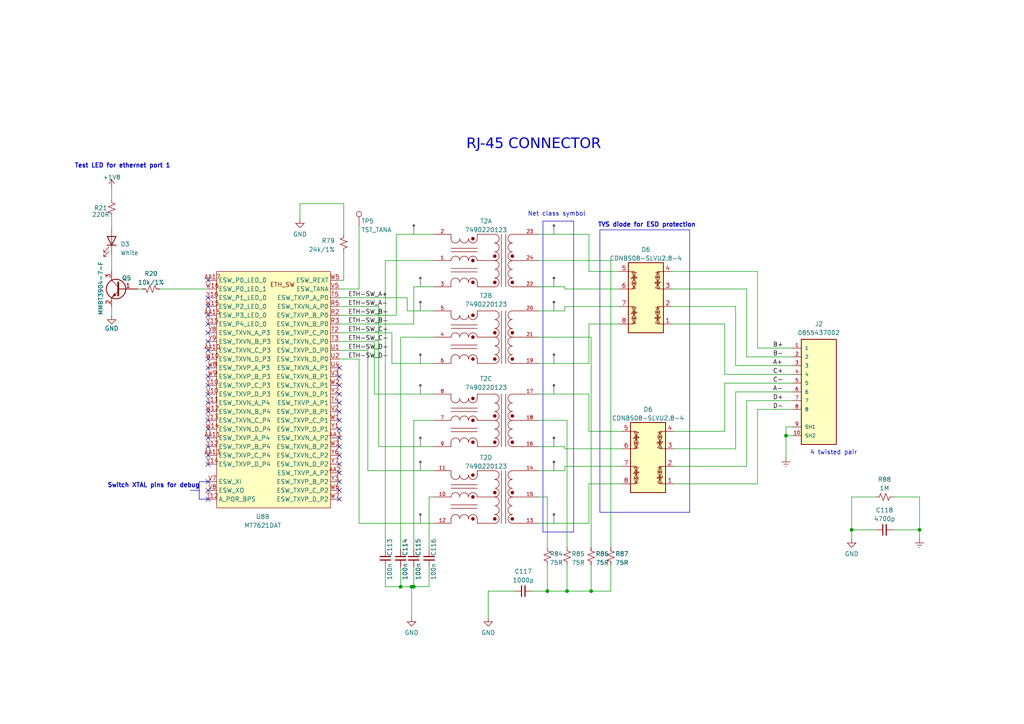
<source format=kicad_sch>
(kicad_sch (version 20230121) (generator eeschema)
  (paper "A4")
  (junction (at 247.015 153.67))
  (junction (at 119.38 170.18))
  (junction (at 164.465 171.45))
  (junction (at 116.205 170.18))
  (junction (at 227.965 126.365))
  (junction (at 171.45 171.45))
  (junction (at 266.7 153.67))
  (junction (at 158.75 171.45))
  (junction (at 120.015 170.18))
  (no_connect (at 60.325 121.92))
  (no_connect (at 60.325 86.36))
  (no_connect (at 60.325 96.52))
  (no_connect (at 98.425 106.68))
  (no_connect (at 98.425 119.38))
  (no_connect (at 60.325 139.7))
  (no_connect (at 98.425 114.3))
  (no_connect (at 60.325 99.06))
  (no_connect (at 98.425 111.76))
  (no_connect (at 60.325 114.3))
  (no_connect (at 60.325 104.14))
  (no_connect (at 98.425 124.46))
  (no_connect (at 60.325 142.24))
  (no_connect (at 60.325 109.22))
  (no_connect (at 60.325 119.38))
  (no_connect (at 98.425 127))
  (no_connect (at 60.325 127))
  (no_connect (at 98.425 144.78))
  (no_connect (at 60.325 134.62))
  (no_connect (at 98.425 139.7))
  (no_connect (at 60.325 129.54))
  (no_connect (at 98.425 132.08))
  (no_connect (at 60.325 101.6))
  (no_connect (at 60.325 93.98))
  (no_connect (at 60.325 124.46))
  (no_connect (at 60.325 81.28))
  (no_connect (at 98.425 134.62))
  (no_connect (at 98.425 121.92))
  (no_connect (at 60.325 144.78))
  (no_connect (at 60.325 111.76))
  (no_connect (at 98.425 142.24))
  (no_connect (at 98.425 109.22))
  (no_connect (at 60.325 88.9))
  (no_connect (at 98.425 116.84))
  (no_connect (at 60.325 91.44))
  (no_connect (at 60.325 132.08))
  (no_connect (at 98.425 137.16))
  (no_connect (at 60.325 116.84))
  (no_connect (at 60.325 106.68))
  (no_connect (at 98.425 129.54))
  (wire (pts (xy 216.535 83.82) (xy 216.535 103.505)))
  (wire (pts (xy 213.36 106.045) (xy 213.36 88.9)))
  (wire (pts (xy 266.7 153.67) (xy 266.7 156.21)))
  (wire (pts (xy 247.015 156.21) (xy 247.015 153.67)))
  (wire (pts (xy 227.965 132.715) (xy 227.965 126.365)))
  (wire (pts (xy 229.87 100.965) (xy 219.71 100.965)))
  (wire (pts (xy 41.275 83.82) (xy 40.005 83.82)))
  (polyline (pts (xy 173.99 66.675) (xy 200.025 66.675)))
  (wire (pts (xy 120.015 93.98) (xy 120.015 83.185)))
  (wire (pts (xy 98.425 104.14) (xy 104.14 104.14)))
  (wire (pts (xy 158.75 171.45) (xy 164.465 171.45)))
  (wire (pts (xy 210.185 125.095) (xy 195.58 125.095)))
  (wire (pts (xy 194.945 83.82) (xy 216.535 83.82)))
  (wire (pts (xy 229.87 116.205) (xy 216.535 116.205)))
  (wire (pts (xy 229.87 106.045) (xy 213.36 106.045)))
  (wire (pts (xy 210.185 108.585) (xy 229.87 108.585)))
  (wire (pts (xy 116.205 170.18) (xy 119.38 170.18)))
  (wire (pts (xy 170.815 151.765) (xy 170.815 140.335)))
  (wire (pts (xy 98.425 96.52) (xy 113.665 96.52)))
  (wire (pts (xy 104.14 65.405) (xy 104.14 83.82)))
  (polyline (pts (xy 166.37 154.305) (xy 166.37 64.135)))
  (wire (pts (xy 227.965 123.825) (xy 229.87 123.825)))
  (wire (pts (xy 120.015 164.465) (xy 120.015 170.18)))
  (wire (pts (xy 32.385 88.9) (xy 32.385 91.44)))
  (wire (pts (xy 216.535 135.255) (xy 195.58 135.255)))
  (wire (pts (xy 163.83 90.17) (xy 163.83 88.9)))
  (wire (pts (xy 163.83 83.185) (xy 163.83 83.82)))
  (wire (pts (xy 99.695 73.025) (xy 99.695 81.28)))
  (wire (pts (xy 170.815 67.945) (xy 170.815 78.74)))
  (wire (pts (xy 195.58 130.175) (xy 213.36 130.175)))
  (wire (pts (xy 266.7 144.145) (xy 266.7 153.67)))
  (wire (pts (xy 229.87 111.125) (xy 210.185 111.125)))
  (wire (pts (xy 219.71 100.965) (xy 219.71 78.74)))
  (wire (pts (xy 116.205 97.79) (xy 125.73 97.79)))
  (wire (pts (xy 32.385 73.66) (xy 32.385 78.74)))
  (polyline (pts (xy 57.785 144.78) (xy 60.325 144.78)))
  (wire (pts (xy 170.815 78.74) (xy 179.705 78.74)))
  (wire (pts (xy 120.015 121.92) (xy 125.73 121.92)))
  (wire (pts (xy 163.83 135.255) (xy 163.83 136.525)))
  (wire (pts (xy 171.45 97.79) (xy 156.21 97.79)))
  (wire (pts (xy 108.585 114.3) (xy 125.73 114.3)))
  (polyline (pts (xy 55.245 142.24) (xy 57.785 142.24)))
  (wire (pts (xy 216.535 103.505) (xy 229.87 103.505)))
  (polyline (pts (xy 157.48 154.305) (xy 166.37 154.305)))
  (wire (pts (xy 219.71 78.74) (xy 194.945 78.74)))
  (wire (pts (xy 158.75 144.145) (xy 156.21 144.145)))
  (wire (pts (xy 113.665 105.41) (xy 125.73 105.41)))
  (wire (pts (xy 156.21 67.945) (xy 170.815 67.945)))
  (wire (pts (xy 163.83 129.54) (xy 163.83 130.175)))
  (wire (pts (xy 210.185 111.125) (xy 210.185 125.095)))
  (wire (pts (xy 158.75 163.83) (xy 158.75 171.45)))
  (wire (pts (xy 118.11 90.17) (xy 118.11 86.36)))
  (wire (pts (xy 32.385 62.865) (xy 32.385 66.04)))
  (wire (pts (xy 141.605 171.45) (xy 149.225 171.45)))
  (wire (pts (xy 98.425 86.36) (xy 118.11 86.36)))
  (wire (pts (xy 259.08 153.67) (xy 266.7 153.67)))
  (wire (pts (xy 171.45 171.45) (xy 177.165 171.45)))
  (wire (pts (xy 170.815 93.98) (xy 179.705 93.98)))
  (wire (pts (xy 116.205 164.465) (xy 116.205 170.18)))
  (wire (pts (xy 213.36 113.665) (xy 229.87 113.665)))
  (wire (pts (xy 156.21 151.765) (xy 170.815 151.765)))
  (wire (pts (xy 98.425 91.44) (xy 114.935 91.44)))
  (polyline (pts (xy 173.99 66.675) (xy 173.99 148.59)))
  (wire (pts (xy 216.535 116.205) (xy 216.535 135.255)))
  (wire (pts (xy 116.205 159.385) (xy 116.205 97.79)))
  (wire (pts (xy 164.465 121.92) (xy 156.21 121.92)))
  (polyline (pts (xy 173.99 148.59) (xy 200.025 148.59)))
  (wire (pts (xy 163.83 136.525) (xy 156.21 136.525)))
  (wire (pts (xy 104.14 83.82) (xy 98.425 83.82)))
  (wire (pts (xy 164.465 158.75) (xy 164.465 121.92)))
  (wire (pts (xy 104.14 151.765) (xy 125.73 151.765)))
  (wire (pts (xy 46.355 83.82) (xy 60.325 83.82)))
  (wire (pts (xy 163.83 88.9) (xy 179.705 88.9)))
  (wire (pts (xy 113.665 96.52) (xy 113.665 105.41)))
  (wire (pts (xy 106.68 101.6) (xy 98.425 101.6)))
  (wire (pts (xy 120.015 159.385) (xy 120.015 121.92)))
  (wire (pts (xy 195.58 140.335) (xy 219.71 140.335)))
  (wire (pts (xy 156.21 105.41) (xy 170.815 105.41)))
  (wire (pts (xy 119.38 170.18) (xy 120.015 170.18)))
  (wire (pts (xy 219.71 140.335) (xy 219.71 118.745)))
  (wire (pts (xy 247.015 153.67) (xy 254 153.67)))
  (wire (pts (xy 108.585 99.06) (xy 108.585 114.3)))
  (wire (pts (xy 106.68 136.525) (xy 106.68 101.6)))
  (wire (pts (xy 32.385 54.61) (xy 32.385 57.785)))
  (wire (pts (xy 164.465 171.45) (xy 171.45 171.45)))
  (wire (pts (xy 86.995 63.5) (xy 86.995 59.055)))
  (wire (pts (xy 180.34 135.255) (xy 163.83 135.255)))
  (wire (pts (xy 163.83 83.82) (xy 179.705 83.82)))
  (wire (pts (xy 219.71 118.745) (xy 229.87 118.745)))
  (wire (pts (xy 111.76 159.385) (xy 111.76 75.565)))
  (wire (pts (xy 156.21 90.17) (xy 163.83 90.17)))
  (wire (pts (xy 114.935 67.945) (xy 125.73 67.945)))
  (wire (pts (xy 106.68 136.525) (xy 125.73 136.525)))
  (wire (pts (xy 119.38 170.18) (xy 119.38 179.07)))
  (wire (pts (xy 170.815 114.3) (xy 170.815 125.095)))
  (wire (pts (xy 177.165 158.75) (xy 177.165 75.565)))
  (wire (pts (xy 210.185 93.98) (xy 210.185 108.585)))
  (wire (pts (xy 163.83 130.175) (xy 180.34 130.175)))
  (wire (pts (xy 154.305 171.45) (xy 158.75 171.45)))
  (wire (pts (xy 171.45 158.75) (xy 171.45 97.79)))
  (polyline (pts (xy 57.785 139.7) (xy 57.785 144.78)))
  (wire (pts (xy 120.015 83.185) (xy 125.73 83.185)))
  (wire (pts (xy 227.965 126.365) (xy 227.965 123.825)))
  (wire (pts (xy 124.46 164.465) (xy 124.46 170.18)))
  (polyline (pts (xy 200.025 148.59) (xy 200.025 66.675)))
  (wire (pts (xy 171.45 163.83) (xy 171.45 171.45)))
  (wire (pts (xy 98.425 99.06) (xy 108.585 99.06)))
  (wire (pts (xy 104.14 104.14) (xy 104.14 151.765)))
  (wire (pts (xy 124.46 159.385) (xy 124.46 144.145)))
  (wire (pts (xy 125.73 129.54) (xy 109.855 129.54)))
  (wire (pts (xy 111.76 164.465) (xy 111.76 170.18)))
  (polyline (pts (xy 60.325 139.7) (xy 57.785 139.7)))
  (wire (pts (xy 213.36 88.9) (xy 194.945 88.9)))
  (polyline (pts (xy 57.785 144.78) (xy 57.785 142.24)))
  (wire (pts (xy 247.015 153.67) (xy 247.015 144.145)))
  (wire (pts (xy 98.425 93.98) (xy 120.015 93.98)))
  (wire (pts (xy 170.815 125.095) (xy 180.34 125.095)))
  (wire (pts (xy 125.73 90.17) (xy 118.11 90.17)))
  (wire (pts (xy 111.76 170.18) (xy 116.205 170.18)))
  (wire (pts (xy 164.465 163.83) (xy 164.465 171.45)))
  (polyline (pts (xy 157.48 64.135) (xy 166.37 64.135)))
  (wire (pts (xy 124.46 144.145) (xy 125.73 144.145)))
  (wire (pts (xy 99.695 59.055) (xy 99.695 67.945)))
  (wire (pts (xy 213.36 130.175) (xy 213.36 113.665)))
  (wire (pts (xy 177.165 75.565) (xy 156.21 75.565)))
  (wire (pts (xy 141.605 179.07) (xy 141.605 171.45)))
  (wire (pts (xy 227.965 126.365) (xy 229.87 126.365)))
  (wire (pts (xy 158.75 158.75) (xy 158.75 144.145)))
  (wire (pts (xy 120.015 170.18) (xy 124.46 170.18)))
  (wire (pts (xy 259.08 144.145) (xy 266.7 144.145)))
  (wire (pts (xy 111.76 75.565) (xy 125.73 75.565)))
  (wire (pts (xy 99.695 81.28) (xy 98.425 81.28)))
  (wire (pts (xy 170.815 140.335) (xy 180.34 140.335)))
  (wire (pts (xy 109.855 129.54) (xy 109.855 88.9)))
  (wire (pts (xy 177.165 171.45) (xy 177.165 163.83)))
  (wire (pts (xy 156.21 129.54) (xy 163.83 129.54)))
  (wire (pts (xy 170.815 105.41) (xy 170.815 93.98)))
  (wire (pts (xy 194.945 93.98) (xy 210.185 93.98)))
  (wire (pts (xy 156.21 114.3) (xy 170.815 114.3)))
  (polyline (pts (xy 157.48 64.135) (xy 157.48 154.305)))
  (wire (pts (xy 98.425 88.9) (xy 109.855 88.9)))
  (wire (pts (xy 247.015 144.145) (xy 254 144.145)))
  (wire (pts (xy 156.21 83.185) (xy 163.83 83.185)))
  (wire (pts (xy 86.995 59.055) (xy 99.695 59.055)))
  (wire (pts (xy 114.935 91.44) (xy 114.935 67.945)))
  (text "4 twisted pair" (at 234.95 132.08 0) (effects (font (size 1.27 1.27)) (justify left bottom)))
  (text "Test LED for ethernet port 1" (at 21.59 48.895 0) (effects (font (size 1.27 1.27) bold) (justify left bottom)))
  (text "Net class symbol" (at 153.035 62.865 0) (effects (font (size 1.27 1.27)) (justify left bottom)))
  (text "RJ-45 CONNECTOR" (at 135.255 44.45 0) (effects (font (size 3 3)) (justify left bottom)))
  (text "TVS diode for ESD protection" (at 173.355 66.04 0) (effects (font (size 1.27 1.27) bold) (justify left bottom)))
  (text "Switch XTAL pins for debug" (at 31.115 141.605 0) (effects (font (size 1.27 1.27) bold) (justify left bottom)))
  (label "B-" (at 224.155 103.505 0))
  (label "ETH-SW_A-" (at 100.965 88.9 0))
  (label "ETH-SW_C+" (at 100.965 96.52 0))
  (label "B+" (at 224.155 100.965 0))
  (label "ETH-SW_B+" (at 100.965 91.44 0))
  (label "ETH-SW_C-" (at 100.965 99.06 0))
  (label "C-" (at 224.155 111.125 0))
  (label "ETH-SW_D+" (at 100.965 101.6 0))
  (label "D+" (at 224.155 116.205 0))
  (label "A-" (at 224.155 113.665 0))
  (label "ETH-SW_B-" (at 100.965 93.98 0))
  (label "A+" (at 224.155 106.045 0))
  (label "D-" (at 224.155 118.745 0))
  (label "C+" (at 224.155 108.585 0))
  (label "ETH-SW_A+" (at 100.965 86.36 0))
  (label "ETH-SW_D-" (at 100.965 104.14 0))
  (netclass_flag "" (length 2.54) (shape dot) (at 121.92 105.41 0) (property "Netclass" "ETH" (effects hide)))
  (netclass_flag "" (length 2.54) (shape dot) (at 160.655 114.3 0) (property "Netclass" "ETH" (effects hide)))
  (netclass_flag "" (length 2.54) (shape dot) (at 121.92 90.17 0) (property "Netclass" "ETH" (effects hide)))
  (netclass_flag "" (length 2.54) (shape dot) (at 121.92 114.3 0) (property "Netclass" "ETH" (effects hide)))
  (netclass_flag "" (length 2.54) (shape dot) (at 160.655 151.765 0) (property "Netclass" "ETH" (effects hide)))
  (netclass_flag "" (length 2.54) (shape dot) (at 160.655 136.525 0) (property "Netclass" "ETH" (effects hide)))
  (netclass_flag "" (length 2.54) (shape dot) (at 121.92 129.54 0) (property "Netclass" "ETH" (effects hide)))
  (netclass_flag "" (length 2.54) (shape dot) (at 160.655 105.41 0) (property "Netclass" "ETH" (effects hide)))
  (netclass_flag "" (length 2.54) (shape dot) (at 160.655 83.185 0) (property "Netclass" "ETH" (effects hide)))
  (netclass_flag "" (length 2.54) (shape dot) (at 121.92 151.765 0) (property "Netclass" "ETH" (effects hide)))
  (netclass_flag "" (length 2.54) (shape dot) (at 160.655 129.54 0) (property "Netclass" "ETH" (effects hide)))
  (netclass_flag "" (length 2.54) (shape dot) (at 120.015 67.945 0) (property "Netclass" "ETH" (effects hide)))
  (netclass_flag "" (length 2.54) (shape dot) (at 160.655 90.17 0) (property "Netclass" "ETH" (effects hide)))
  (netclass_flag "" (length 2.54) (shape dot) (at 121.92 83.185 0) (property "Netclass" "ETH" (effects hide)))
  (netclass_flag "" (length 2.54) (shape dot) (at 160.655 67.945 0) (property "Netclass" "ETH" (effects hide)))
  (netclass_flag "" (length 2.54) (shape dot) (at 121.92 136.525 0) (property "Netclass" "ETH" (effects hide)))
  (symbol (lib_id "7490220123:7490220123") (at 140.97 144.145 0) (unit 4)
    (property "Reference" "T2" (at 140.97 132.715 0))
    (property "Value" "7490220123" (at 140.97 135.255 0))
    (property "Footprint" "greencharge-footprints:XFMR_7490220123" (effects hide))
    (property "PARTREV" "05" (effects hide))
    (property "STANDARD" "Manufacturer recommendations" (effects hide))
    (property "MAXIMUM_PACKAGE_HEIGHT" "8.8mm" (effects hide))
    (property "MANUFACTURER" "Wurth" (effects hide))
  )
  (symbol (lib_id "Device:LED") (at 32.385 69.85 270) (mirror x) (unit 1)
    (property "Reference" "D3" (at 34.925 70.8025 90) (effects (justify left)))
    (property "Value" "White" (at 34.925 73.3425 90) (effects (justify left)))
    (property "Footprint" "LED_SMD:LED_0603_1608Metric" (effects hide))
    (property "MPN" "IN-S63AS5B" (effects hide))
    (instances (project "Joy12vPCB_PoE" (path "" (reference "D3") (unit 1)) (path "" (reference "D10") (unit 1))))
  )
  (symbol (lib_id "Device:C_Small") (at 116.205 161.925 180) (unit 1)
    (property "Reference" "C114" (at 117.475 161.29 90) (effects (justify right)))
    (property "Value" "100n" (at 117.475 168.275 90) (effects (justify right)))
    (property "Footprint" "Capacitor_SMD:C_0402_1005Metric" (effects hide))
  )
  (symbol (lib_id "Connector:TestPoint") (at 104.14 65.405 0) (unit 1)
    (property "Reference" "TP5" (at 104.775 64.135 0) (effects (justify left)))
    (property "Value" "TST_TANA" (at 104.775 66.675 0) (effects (justify left)))
    (property "Footprint" "TestPoint:TestPoint_Pad_D1.0mm" (effects hide))
  )
  (symbol (lib_id "power:GND") (at 247.015 156.21 0) (unit 1)
    (property "Reference" "#PWR0115" (effects hide))
    (property "Value" "GND" (at 247.015 160.655 0))
  )
  (symbol (lib_id "Device:R_Small_US") (at 99.695 70.485 0) (mirror y) (unit 1)
    (property "Reference" "R79" (at 97.155 69.85 0) (effects (justify left)))
    (property "Value" "24k/1%" (at 97.155 72.39 0) (effects (justify left)))
    (property "Footprint" "Resistor_SMD:R_0402_1005Metric" (effects hide))
    (instances (project "Joy12vPCB_PoE" (path "" (reference "R79") (unit 1)) (path "" (reference "R83") (unit 1))))
  )
  (symbol (lib_id "Device:R_Small_US") (at 43.815 83.82 270) (mirror x) (unit 1)
    (property "Reference" "R20" (at 43.815 79.375 90))
    (property "Value" "10k/1%" (at 43.815 81.915 90))
    (property "Footprint" "Resistor_SMD:R_0402_1005Metric" (effects hide))
    (instances (project "Ethernet_PHY_88E1512" (path "" (reference "R20") (unit 1))) (project "Joy12vPCB_PoE" (path "" (reference "R68") (unit 1)) (path "" (reference "R82") (unit 1))))
  )
  (symbol (lib_id "0855437002:0855437002") (at 237.49 113.665 0) (unit 1)
    (property "Reference" "J2" (at 237.49 93.98 0))
    (property "Value" "0855437002" (at 237.49 96.52 0))
    (property "Footprint" "greencharge-footprints:MOLEX_0855437002" (effects hide))
    (property "MANUFACTURER" "MOLEX" (effects hide))
    (instances (project "Joy12vPCB_PoE" (path "" (reference "J2") (unit 1)) (path "" (reference "J2") (unit 1)) (path "" (reference "J3") (unit 1))))
  )
  (symbol (lib_id "power:GND") (at 86.995 63.5 0) (unit 1)
    (property "Reference" "#PWR0111" (effects hide))
    (property "Value" "GND" (at 86.995 67.945 0))
  )
  (symbol (lib_id "Device:R_Small_US") (at 256.54 144.145 90) (unit 1)
    (property "Reference" "R88" (at 256.54 139.065 90))
    (property "Value" "1M" (at 256.54 141.605 90))
    (property "Footprint" "Resistor_SMD:R_0805_2012Metric" (effects hide))
  )
  (symbol (lib_id "Transistor_BJT:MMBT3904") (at 34.925 83.82 0) (mirror y) (unit 1)
    (property "Reference" "Q5" (at 38.1 80.645 0) (effects (justify left)))
    (property "Value" "MMBT3904-7-F" (at 29.21 91.44 90) (effects (justify left)))
    (property "Footprint" "Package_TO_SOT_SMD:SOT-23" (effects hide))
    (property "Datasheet" "https://www.onsemi.com/pub/Collateral/2N3903-D.PDF" (effects hide))
    (instances (project "Joy12vPCB_PoE" (path "" (reference "Q5") (unit 1)) (path "" (reference "Q7") (unit 1))))
  )
  (symbol (lib_id "7490220123:7490220123") (at 140.97 75.565 0) (unit 1)
    (property "Reference" "T2" (at 140.97 64.135 0))
    (property "Value" "7490220123" (at 140.97 66.675 0))
    (property "Footprint" "greencharge-footprints:XFMR_7490220123" (effects hide))
    (property "PARTREV" "05" (effects hide))
    (property "STANDARD" "Manufacturer recommendations" (effects hide))
    (property "MAXIMUM_PACKAGE_HEIGHT" "8.8mm" (effects hide))
    (property "MANUFACTURER" "Wurth" (effects hide))
  )
  (symbol (lib_id "Device:R_Small_US") (at 171.45 161.29 180) (unit 1)
    (property "Reference" "R86" (at 172.72 160.655 0) (effects (justify right)))
    (property "Value" "75R" (at 172.72 163.195 0) (effects (justify right)))
    (property "Footprint" "Resistor_SMD:R_0805_2012Metric" (effects hide))
  )
  (symbol (lib_id "Power_Protection:CDNBS08-SLVU2.8-4") (at 187.325 86.36 0) (unit 1)
    (property "Reference" "D6" (at 187.325 72.39 0))
    (property "Value" "CDNBS08-SLVU2.8-4" (at 187.325 74.93 0))
    (property "Footprint" "Package_SO:SOIC-8_3.9x4.9mm_P1.27mm" (effects hide))
    (property "Datasheet" "https://datasheet.lcsc.com/lcsc/2203221030_DOWO-SLVU2-8-4_C2983253.pdf" (effects hide))
    (instances (project "Joy12vPCB_PoE" (path "" (reference "D6") (unit 1)) (path "" (reference "D11") (unit 1))))
  )
  (symbol (lib_id "Device:R_Small_US") (at 177.165 161.29 180) (unit 1)
    (property "Reference" "R87" (at 178.435 160.655 0) (effects (justify right)))
    (property "Value" "75R" (at 178.435 163.195 0) (effects (justify right)))
    (property "Footprint" "Resistor_SMD:R_0805_2012Metric" (effects hide))
  )
  (symbol (lib_id "Device:C_Small") (at 111.76 161.925 180) (unit 1)
    (property "Reference" "C113" (at 113.03 161.29 90) (effects (justify right)))
    (property "Value" "100n" (at 113.03 168.275 90) (effects (justify right)))
    (property "Footprint" "Capacitor_SMD:C_0402_1005Metric" (effects hide))
  )
  (symbol (lib_id "7490220123:7490220123") (at 140.97 121.92 0) (unit 3)
    (property "Reference" "T2" (at 140.97 109.855 0))
    (property "Value" "7490220123" (at 140.97 112.395 0))
    (property "Footprint" "greencharge-footprints:XFMR_7490220123" (effects hide))
    (property "PARTREV" "05" (effects hide))
    (property "STANDARD" "Manufacturer recommendations" (effects hide))
    (property "MAXIMUM_PACKAGE_HEIGHT" "8.8mm" (effects hide))
    (property "MANUFACTURER" "Wurth" (effects hide))
  )
  (symbol (lib_id "Device:R_Small_US") (at 164.465 161.29 180) (unit 1)
    (property "Reference" "R85" (at 165.735 160.655 0) (effects (justify right)))
    (property "Value" "75R" (at 165.735 163.195 0) (effects (justify right)))
    (property "Footprint" "Resistor_SMD:R_0805_2012Metric" (effects hide))
  )
  (symbol (lib_id "7490220123:7490220123") (at 140.97 97.79 0) (unit 2)
    (property "Reference" "T2" (at 140.97 85.725 0))
    (property "Value" "7490220123" (at 140.97 88.265 0))
    (property "Footprint" "greencharge-footprints:XFMR_7490220123" (effects hide))
    (property "PARTREV" "05" (effects hide))
    (property "STANDARD" "Manufacturer recommendations" (effects hide))
    (property "MAXIMUM_PACKAGE_HEIGHT" "8.8mm" (effects hide))
    (property "MANUFACTURER" "Wurth" (effects hide))
  )
  (symbol (lib_id "power:Earth") (at 266.7 156.21 0) (unit 1)
    (property "Reference" "#PWR0116" (effects hide))
    (property "Value" "Earth" (effects hide))
  )
  (symbol (lib_id "Device:C_Small") (at 120.015 161.925 180) (unit 1)
    (property "Reference" "C115" (at 121.285 161.29 90) (effects (justify right)))
    (property "Value" "100n" (at 121.285 168.275 90) (effects (justify right)))
    (property "Footprint" "Capacitor_SMD:C_0402_1005Metric" (effects hide))
  )
  (symbol (lib_id "power:+1V8") (at 32.385 54.61 0) (unit 1)
    (property "Reference" "#PWR0109" (effects hide))
    (property "Value" "+1V8" (at 32.385 51.435 0))
  )
  (symbol (lib_id "power:GND") (at 141.605 179.07 0) (unit 1)
    (property "Reference" "#PWR0113" (effects hide))
    (property "Value" "GND" (at 141.605 183.515 0))
  )
  (symbol (lib_id "Device:C_Small") (at 256.54 153.67 90) (unit 1)
    (property "Reference" "C118" (at 256.5463 147.955 90))
    (property "Value" "4700p" (at 256.5463 150.495 90))
    (property "Footprint" "Capacitor_SMD:C_0402_1005Metric" (effects hide))
  )
  (symbol (lib_id "Device:R_Small_US") (at 158.75 161.29 180) (unit 1)
    (property "Reference" "R84" (at 159.385 160.655 0) (effects (justify right)))
    (property "Value" "75R" (at 159.385 163.195 0) (effects (justify right)))
    (property "Footprint" "Resistor_SMD:R_0805_2012Metric" (effects hide))
  )
  (symbol (lib_id "power:Earth") (at 227.965 132.715 0) (unit 1)
    (property "Reference" "#PWR0114" (effects hide))
    (property "Value" "Earth" (effects hide))
  )
  (symbol (lib_id "Power_Protection:CDNBS08-SLVU2.8-4") (at 187.96 132.715 0) (unit 1)
    (property "Reference" "D6" (at 187.96 118.745 0))
    (property "Value" "CDNBS08-SLVU2.8-4" (at 187.96 121.285 0))
    (property "Footprint" "Package_SO:SOIC-8_3.9x4.9mm_P1.27mm" (effects hide))
    (property "Datasheet" "https://datasheet.lcsc.com/lcsc/2203221030_DOWO-SLVU2-8-4_C2983253.pdf" (effects hide))
    (instances (project "Joy12vPCB_PoE" (path "" (reference "D6") (unit 1)) (path "" (reference "D12") (unit 1))))
  )
  (symbol (lib_id "Device:C_Small") (at 124.46 161.925 180) (unit 1)
    (property "Reference" "C116" (at 125.73 161.29 90) (effects (justify right)))
    (property "Value" "100n" (at 125.73 168.275 90) (effects (justify right)))
    (property "Footprint" "Capacitor_SMD:C_0402_1005Metric" (effects hide))
  )
  (symbol (lib_id "power:GND") (at 32.385 91.44 0) (mirror y) (unit 1)
    (property "Reference" "#PWR021" (effects hide))
    (property "Value" "GND" (at 32.385 95.25 0))
    (instances (project "Ethernet_PHY_88E1512" (path "" (reference "#PWR021") (unit 1))) (project "Joy12vPCB_PoE" (path "" (reference "#PWR077") (unit 1)) (path "" (reference "#PWR0110") (unit 1))))
  )
  (symbol (lib_id "Device:R_Small_US") (at 32.385 60.325 180) (unit 1)
    (property "Reference" "R21" (at 29.21 60.325 0))
    (property "Value" "220R" (at 29.21 62.23 0))
    (property "Footprint" "Resistor_SMD:R_0603_1608Metric" (effects hide))
    (instances (project "Ethernet_PHY_88E1512" (path "" (reference "R21") (unit 1))) (project "Joy12vPCB_PoE" (path "" (reference "R23") (unit 1)) (path "" (reference "R81") (unit 1))))
  )
  (symbol (lib_id "power:GND") (at 119.38 179.07 0) (unit 1)
    (property "Reference" "#PWR0112" (effects hide))
    (property "Value" "GND" (at 119.38 183.515 0))
  )
  (symbol (lib_id "ECAD_Symbol:MT7621DAT") (at 79.375 93.98 0) (mirror y) (unit 2)
    (property "Reference" "U8" (at 76.2 149.86 0))
    (property "Value" "MT7621DAT" (at 76.2 152.4 0))
    (property "Footprint" "Library:MT7621DAT" (effects hide))
    (instances (project "Joy12vPCB_PoE" (path "" (reference "U8") (unit 2)) (path "" (reference "U4") (unit 2)) (path "" (reference "U8") (unit 2))))
  )
  (symbol (lib_id "Device:C_Small") (at 151.765 171.45 90) (unit 1)
    (property "Reference" "C117" (at 151.7713 165.735 90))
    (property "Value" "1000p" (at 151.7713 168.275 90))
    (property "Footprint" "Capacitor_SMD:C_0201_0603Metric" (effects hide))
  )
)
</source>
